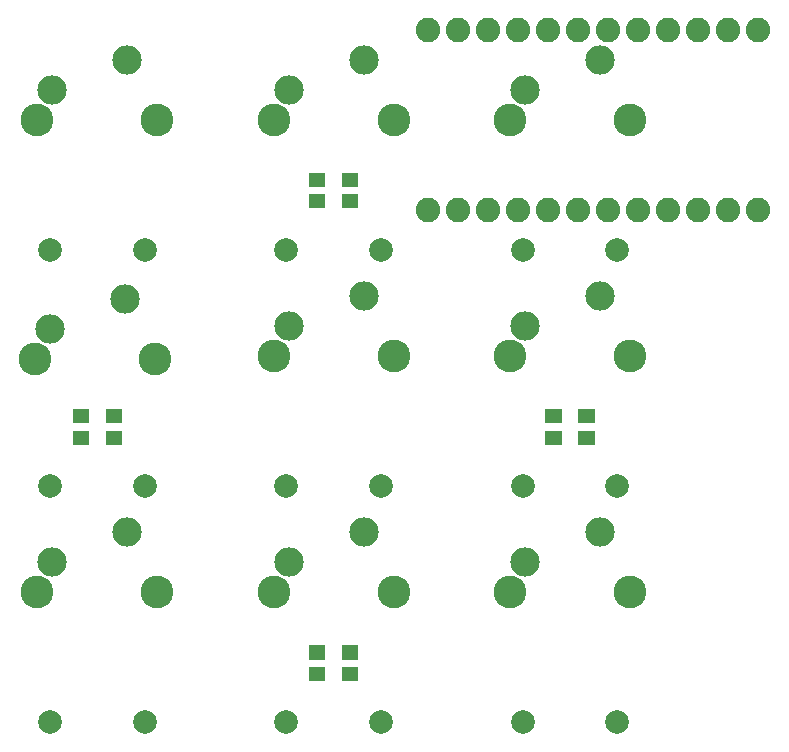
<source format=gbs>
G04 Layer: BottomSolderMaskLayer*
G04 EasyEDA v6.3.53, 2020-07-05T02:03:50+01:00*
G04 82ae3a4b42a8425995a6aefca007ea94,831979d3ac2e4a1db92824a7b243be6d,10*
G04 Gerber Generator version 0.2*
G04 Scale: 100 percent, Rotated: No, Reflected: No *
G04 Dimensions in millimeters *
G04 leading zeros omitted , absolute positions ,3 integer and 3 decimal *
%FSLAX33Y33*%
%MOMM*%
G90*
G71D02*

%ADD21C,2.489200*%
%ADD22C,2.774696*%
%ADD23C,2.003196*%
%ADD25C,2.082800*%

%LPD*%
G54D21*
G01X16189Y62539D03*
G01X22539Y65079D03*
G54D22*
G01X14919Y59999D03*
G01X25079Y59999D03*
G54D21*
G01X36189Y62539D03*
G01X42539Y65079D03*
G54D22*
G01X34919Y59999D03*
G01X45079Y59999D03*
G54D21*
G01X56189Y62539D03*
G01X62539Y65079D03*
G54D22*
G01X54919Y59999D03*
G01X65079Y59999D03*
G54D21*
G01X36189Y42539D03*
G01X42539Y45079D03*
G54D22*
G01X34919Y39999D03*
G01X45079Y39999D03*
G54D21*
G01X56189Y42539D03*
G01X62539Y45079D03*
G54D22*
G01X54919Y39999D03*
G01X65079Y39999D03*
G54D21*
G01X16189Y22539D03*
G01X22539Y25079D03*
G54D22*
G01X14919Y19999D03*
G01X25079Y19999D03*
G54D21*
G01X36189Y22539D03*
G01X42539Y25079D03*
G54D22*
G01X34919Y19999D03*
G01X45079Y19999D03*
G54D21*
G01X56189Y22539D03*
G01X62539Y25079D03*
G54D22*
G01X54919Y19999D03*
G01X65079Y19999D03*
G54D21*
G01X16000Y42328D03*
G54D22*
G01X14730Y39788D03*
G54D21*
G01X22350Y44868D03*
G54D22*
G01X24890Y39788D03*
G54D23*
G01X35999Y48999D03*
G01X43999Y48999D03*
G01X56000Y48999D03*
G01X64000Y48999D03*
G01X15999Y28999D03*
G01X23999Y28999D03*
G01X35999Y28999D03*
G01X43999Y28999D03*
G01X56000Y28999D03*
G01X64000Y28999D03*
G01X15999Y8999D03*
G01X23999Y8999D03*
G01X35999Y8999D03*
G01X43999Y8999D03*
G01X56000Y8999D03*
G01X64000Y8999D03*
G01X15999Y48999D03*
G01X23999Y48999D03*
G36*
G01X37899Y52499D02*
G01X37899Y53700D01*
G01X39301Y53700D01*
G01X39301Y52499D01*
G01X37899Y52499D01*
G37*
G36*
G01X40698Y52499D02*
G01X40698Y53700D01*
G01X42100Y53700D01*
G01X42100Y52499D01*
G01X40698Y52499D01*
G37*
G36*
G01X40698Y54297D02*
G01X40698Y55501D01*
G01X42100Y55501D01*
G01X42100Y54297D01*
G01X40698Y54297D01*
G37*
G36*
G01X37899Y54297D02*
G01X37899Y55501D01*
G01X39301Y55501D01*
G01X39301Y54297D01*
G01X37899Y54297D01*
G37*
G36*
G01X17899Y32499D02*
G01X17899Y33700D01*
G01X19301Y33700D01*
G01X19301Y32499D01*
G01X17899Y32499D01*
G37*
G36*
G01X20698Y32499D02*
G01X20698Y33700D01*
G01X22100Y33700D01*
G01X22100Y32499D01*
G01X20698Y32499D01*
G37*
G36*
G01X20698Y34297D02*
G01X20698Y35501D01*
G01X22100Y35501D01*
G01X22100Y34297D01*
G01X20698Y34297D01*
G37*
G36*
G01X17899Y34297D02*
G01X17899Y35501D01*
G01X19301Y35501D01*
G01X19301Y34297D01*
G01X17899Y34297D01*
G37*
G36*
G01X37899Y12499D02*
G01X37899Y13700D01*
G01X39301Y13700D01*
G01X39301Y12499D01*
G01X37899Y12499D01*
G37*
G36*
G01X40698Y12499D02*
G01X40698Y13700D01*
G01X42100Y13700D01*
G01X42100Y12499D01*
G01X40698Y12499D01*
G37*
G36*
G01X40698Y14297D02*
G01X40698Y15501D01*
G01X42100Y15501D01*
G01X42100Y14297D01*
G01X40698Y14297D01*
G37*
G36*
G01X37899Y14297D02*
G01X37899Y15501D01*
G01X39301Y15501D01*
G01X39301Y14297D01*
G01X37899Y14297D01*
G37*
G36*
G01X57899Y32499D02*
G01X57899Y33700D01*
G01X59301Y33700D01*
G01X59301Y32499D01*
G01X57899Y32499D01*
G37*
G36*
G01X60698Y32499D02*
G01X60698Y33700D01*
G01X62100Y33700D01*
G01X62100Y32499D01*
G01X60698Y32499D01*
G37*
G36*
G01X60698Y34297D02*
G01X60698Y35501D01*
G01X62100Y35501D01*
G01X62100Y34297D01*
G01X60698Y34297D01*
G37*
G36*
G01X57899Y34297D02*
G01X57899Y35501D01*
G01X59301Y35501D01*
G01X59301Y34297D01*
G01X57899Y34297D01*
G37*
G54D25*
G01X48029Y52379D03*
G01X50569Y52379D03*
G01X53109Y52379D03*
G01X55649Y52379D03*
G01X58189Y52379D03*
G01X60729Y52379D03*
G01X63269Y52379D03*
G01X65809Y52379D03*
G01X68349Y52379D03*
G01X70889Y52379D03*
G01X73429Y52379D03*
G01X75969Y52379D03*
G01X75969Y67619D03*
G01X73429Y67619D03*
G01X70889Y67619D03*
G01X68349Y67619D03*
G01X65809Y67619D03*
G01X63269Y67619D03*
G01X60729Y67619D03*
G01X58189Y67619D03*
G01X55649Y67619D03*
G01X53109Y67619D03*
G01X50569Y67619D03*
G01X48029Y67619D03*
M00*
M02*

</source>
